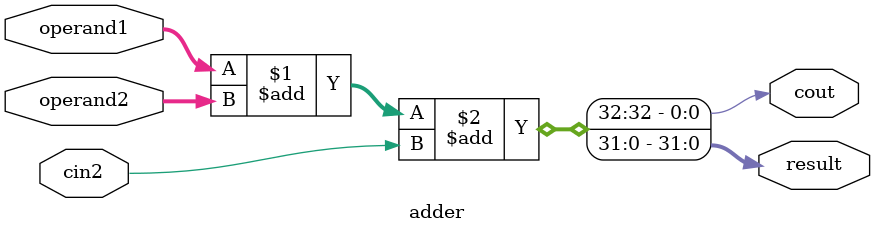
<source format=v>
`timescale 1ns / 1ps
module adder(
    input  [31:0] operand1,
    input  [31:0] operand2,
    input         cin2,
    output [31:0] result,
    output        cout
    );
    assign {cout,result} = operand1 + operand2 + cin2;

endmodule

</source>
